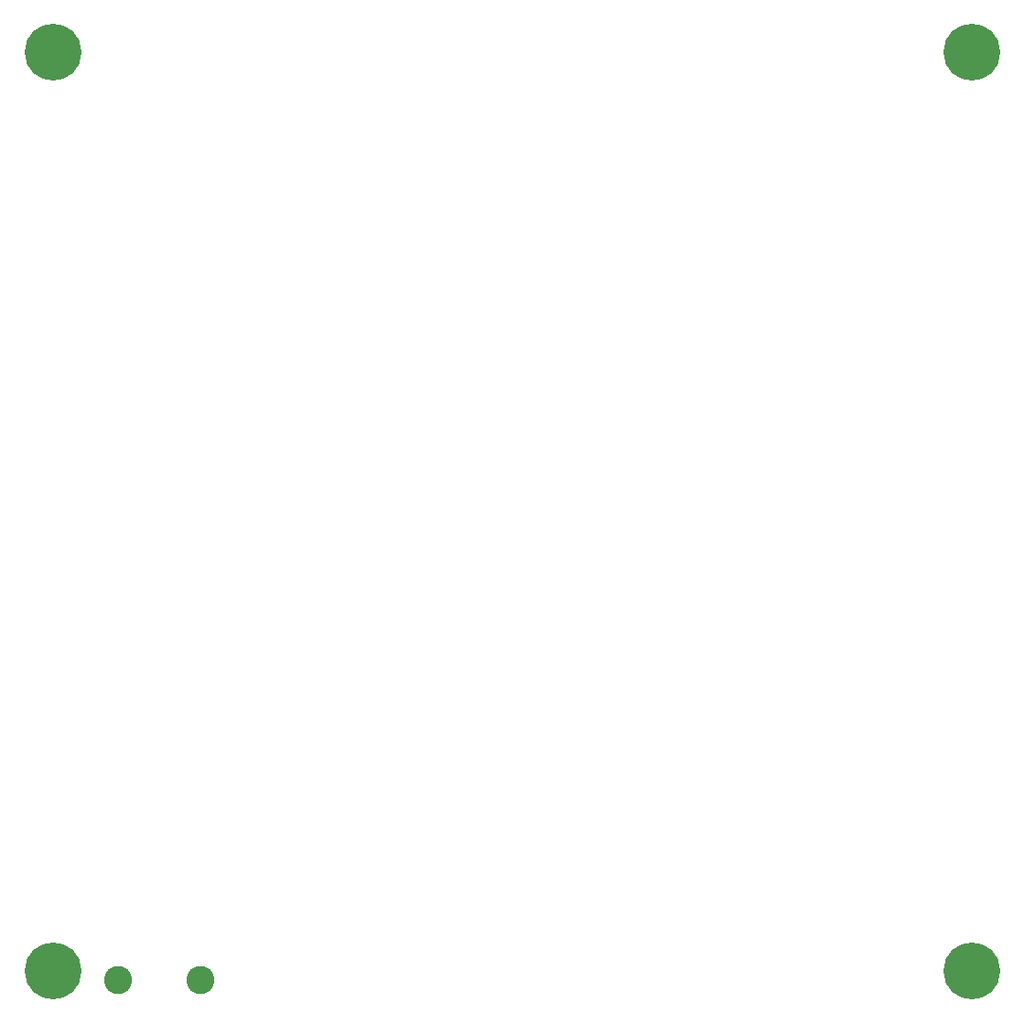
<source format=gts>
%TF.GenerationSoftware,KiCad,Pcbnew,8.0.5*%
%TF.CreationDate,2024-11-12T20:49:10-08:00*%
%TF.ProjectId,Coil_Pannel_Z,436f696c-5f50-4616-9e6e-656c5f5a2e6b,1.0*%
%TF.SameCoordinates,Original*%
%TF.FileFunction,Soldermask,Top*%
%TF.FilePolarity,Negative*%
%FSLAX46Y46*%
G04 Gerber Fmt 4.6, Leading zero omitted, Abs format (unit mm)*
G04 Created by KiCad (PCBNEW 8.0.5) date 2024-11-12 20:49:10*
%MOMM*%
%LPD*%
G01*
G04 APERTURE LIST*
%ADD10C,5.250000*%
%ADD11C,4.600000*%
%ADD12C,2.600000*%
G04 APERTURE END LIST*
D10*
X104641451Y-53941800D03*
D11*
X104641451Y-53941800D03*
D12*
X110694000Y-139774000D03*
X118314000Y-139774000D03*
D11*
X189637061Y-138948940D03*
D10*
X189637061Y-138948940D03*
D11*
X189636861Y-53948740D03*
D10*
X189636861Y-53948740D03*
D11*
X104637051Y-138948990D03*
D10*
X104637051Y-138948990D03*
M02*

</source>
